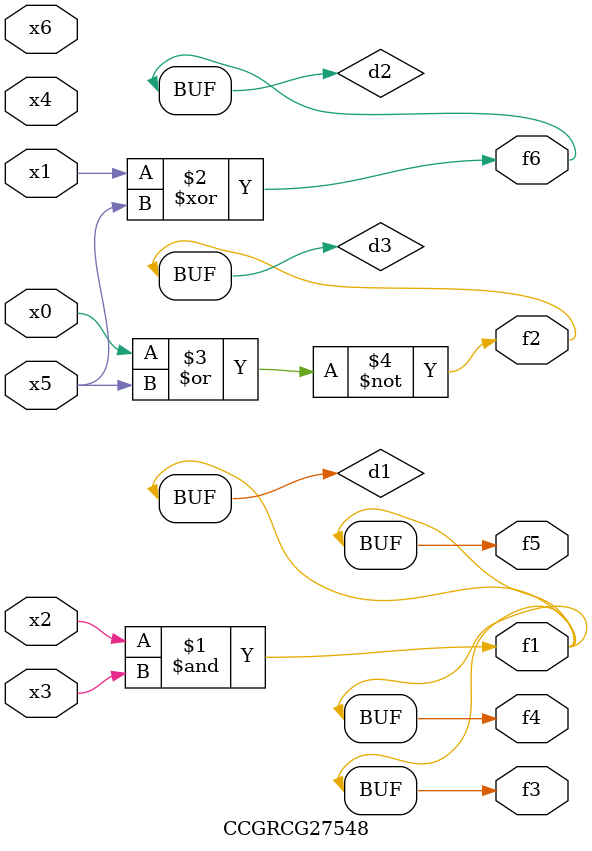
<source format=v>
module CCGRCG27548(
	input x0, x1, x2, x3, x4, x5, x6,
	output f1, f2, f3, f4, f5, f6
);

	wire d1, d2, d3;

	and (d1, x2, x3);
	xor (d2, x1, x5);
	nor (d3, x0, x5);
	assign f1 = d1;
	assign f2 = d3;
	assign f3 = d1;
	assign f4 = d1;
	assign f5 = d1;
	assign f6 = d2;
endmodule

</source>
